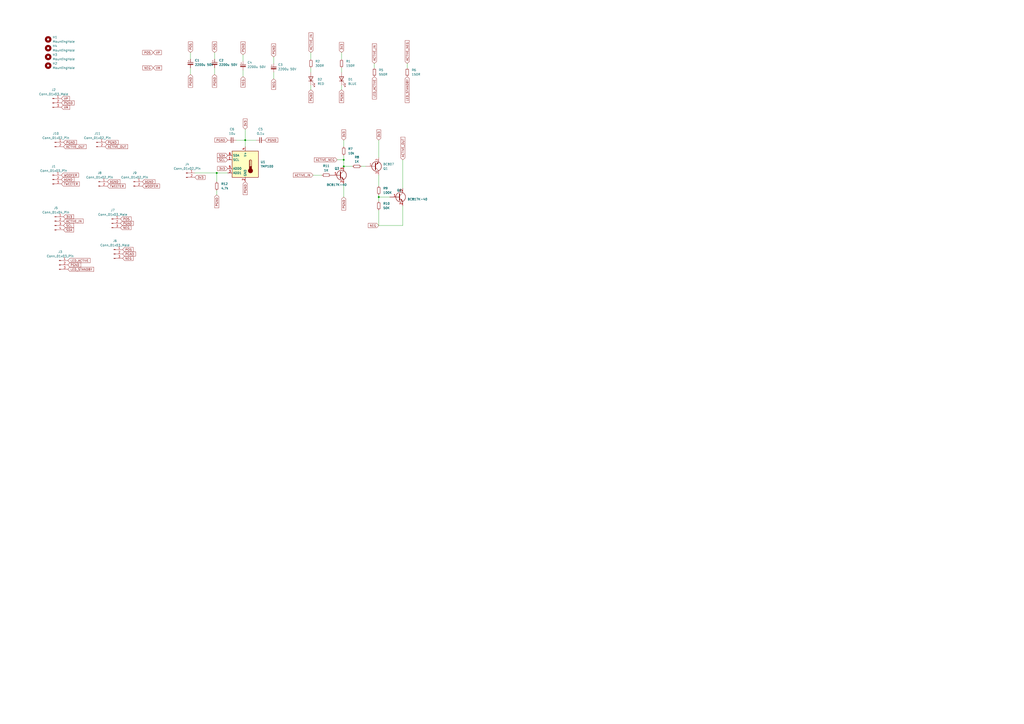
<source format=kicad_sch>
(kicad_sch (version 20231120) (generator "eeschema") (generator_version "8.0")
  (paper "A2")
  (lib_symbols
    (symbol "Connector:Conn_01x02_Pin" (pin_names (offset 1.016) hide)
      (property "Reference" "J" (at 0 2.54 0))
      (property "Value" "Conn_01x02_Pin" (at 0 -5.08 0))
      (symbol "Conn_01x02_Pin_1_1"
        (polyline (pts (xy 1.27 -2.54) (xy 0.8636 -2.54)) (stroke (width 0.1524)))
        (polyline (pts (xy 1.27 0) (xy 0.8636 0)) (stroke (width 0.1524)))
        (rectangle (start 0.8636 -2.413) (end 0 -2.667) (stroke (width 0.1524)) (fill (type outline)))
        (rectangle (start 0.8636 0.127) (end 0 -0.127) (stroke (width 0.1524)) (fill (type outline)))
        (pin passive line (at 5.08 0 180) (length 3.81) (name "Pin_1") (number "1"))
        (pin passive line (at 5.08 -2.54 180) (length 3.81) (name "Pin_2") (number "2"))
      )
    )
    (symbol "Connector:Conn_01x03_Male" (pin_names (offset 1.016) hide)
      (property "Reference" "J" (at 0 5.08 0))
      (property "Value" "Conn_01x03_Male" (at 0 -5.08 0))
      (symbol "Conn_01x03_Male_1_1"
        (polyline (pts (xy 1.27 -2.54) (xy 0.8636 -2.54)) (stroke (width 0.1524)))
        (polyline (pts (xy 1.27 0) (xy 0.8636 0)) (stroke (width 0.1524)))
        (polyline (pts (xy 1.27 2.54) (xy 0.8636 2.54)) (stroke (width 0.1524)))
        (rectangle (start 0.8636 -2.413) (end 0 -2.667) (stroke (width 0.1524)) (fill (type outline)))
        (rectangle (start 0.8636 0.127) (end 0 -0.127) (stroke (width 0.1524)) (fill (type outline)))
        (rectangle (start 0.8636 2.667) (end 0 2.413) (stroke (width 0.1524)) (fill (type outline)))
        (pin passive line (at 5.08 2.54 180) (length 3.81) (name "Pin_1") (number "1"))
        (pin passive line (at 5.08 0 180) (length 3.81) (name "Pin_2") (number "2"))
        (pin passive line (at 5.08 -2.54 180) (length 3.81) (name "Pin_3") (number "3"))
      )
    )
    (symbol "Connector:Conn_01x03_Pin" (pin_names (offset 1.016) hide)
      (property "Reference" "J" (at 0 5.08 0))
      (property "Value" "Conn_01x03_Pin" (at 0 -5.08 0))
      (symbol "Conn_01x03_Pin_1_1"
        (polyline (pts (xy 1.27 -2.54) (xy 0.8636 -2.54)) (stroke (width 0.1524)))
        (polyline (pts (xy 1.27 0) (xy 0.8636 0)) (stroke (width 0.1524)))
        (polyline (pts (xy 1.27 2.54) (xy 0.8636 2.54)) (stroke (width 0.1524)))
        (rectangle (start 0.8636 -2.413) (end 0 -2.667) (stroke (width 0.1524)) (fill (type outline)))
        (rectangle (start 0.8636 0.127) (end 0 -0.127) (stroke (width 0.1524)) (fill (type outline)))
        (rectangle (start 0.8636 2.667) (end 0 2.413) (stroke (width 0.1524)) (fill (type outline)))
        (pin passive line (at 5.08 2.54 180) (length 3.81) (name "Pin_1") (number "1"))
        (pin passive line (at 5.08 0 180) (length 3.81) (name "Pin_2") (number "2"))
        (pin passive line (at 5.08 -2.54 180) (length 3.81) (name "Pin_3") (number "3"))
      )
    )
    (symbol "Connector:Conn_01x04_Pin" (pin_names (offset 1.016) hide)
      (property "Reference" "J" (at 0 5.08 0))
      (property "Value" "Conn_01x04_Pin" (at 0 -7.62 0))
      (symbol "Conn_01x04_Pin_1_1"
        (polyline (pts (xy 1.27 -5.08) (xy 0.8636 -5.08)) (stroke (width 0.1524)))
        (polyline (pts (xy 1.27 -2.54) (xy 0.8636 -2.54)) (stroke (width 0.1524)))
        (polyline (pts (xy 1.27 0) (xy 0.8636 0)) (stroke (width 0.1524)))
        (polyline (pts (xy 1.27 2.54) (xy 0.8636 2.54)) (stroke (width 0.1524)))
        (rectangle (start 0.8636 -4.953) (end 0 -5.207) (stroke (width 0.1524)) (fill (type outline)))
        (rectangle (start 0.8636 -2.413) (end 0 -2.667) (stroke (width 0.1524)) (fill (type outline)))
        (rectangle (start 0.8636 0.127) (end 0 -0.127) (stroke (width 0.1524)) (fill (type outline)))
        (rectangle (start 0.8636 2.667) (end 0 2.413) (stroke (width 0.1524)) (fill (type outline)))
        (pin passive line (at 5.08 2.54 180) (length 3.81) (name "Pin_1") (number "1"))
        (pin passive line (at 5.08 0 180) (length 3.81) (name "Pin_2") (number "2"))
        (pin passive line (at 5.08 -2.54 180) (length 3.81) (name "Pin_3") (number "3"))
        (pin passive line (at 5.08 -5.08 180) (length 3.81) (name "Pin_4") (number "4"))
      )
    )
    (symbol "Device:C_Polarized_Small" (pin_numbers hide) (pin_names (offset 0.254) hide)
      (property "Reference" "C" (at 0.254 1.778 0))
      (property "Value" "C_Polarized_Small" (at 0.254 -2.032 0))
      (symbol "C_Polarized_Small_0_1"
        (rectangle (start -1.524 -0.3048) (end 1.524 -0.6858) (fill (type outline)))
        (rectangle (start -1.524 0.6858) (end 1.524 0.3048))
        (polyline (pts (xy -1.27 1.524) (xy -0.762 1.524)))
        (polyline (pts (xy -1.016 1.27) (xy -1.016 1.778)))
      )
      (symbol "C_Polarized_Small_1_1"
        (pin passive line (at 0 2.54 270) (length 1.8542) (name "~") (number "1"))
        (pin passive line (at 0 -2.54 90) (length 1.8542) (name "~") (number "2"))
      )
    )
    (symbol "Device:C_Small" (pin_numbers hide) (pin_names (offset 0.254) hide)
      (property "Reference" "C" (at 0.254 1.778 0))
      (property "Value" "C_Small" (at 0.254 -2.032 0))
      (symbol "C_Small_0_1"
        (polyline (pts (xy -1.524 -0.508) (xy 1.524 -0.508)) (stroke (width 0.3302)))
        (polyline (pts (xy -1.524 0.508) (xy 1.524 0.508)) (stroke (width 0.3048)))
      )
      (symbol "C_Small_1_1"
        (pin passive line (at 0 2.54 270) (length 2.032) (name "~") (number "1"))
        (pin passive line (at 0 -2.54 90) (length 2.032) (name "~") (number "2"))
      )
    )
    (symbol "Device:LED" (pin_numbers hide) (pin_names (offset 1.016) hide)
      (property "Reference" "D" (at 0 2.54 0))
      (property "Value" "LED" (at 0 -2.54 0))
      (symbol "LED_0_1"
        (polyline (pts (xy -1.27 -1.27) (xy -1.27 1.27)) (stroke (width 0.254)))
        (polyline (pts (xy -1.27 0) (xy 1.27 0)))
        (polyline (pts (xy 1.27 -1.27) (xy 1.27 1.27) (xy -1.27 0) (xy 1.27 -1.27)) (stroke (width 0.254)))
        (polyline (pts (xy -3.048 -0.762) (xy -4.572 -2.286) (xy -3.81 -2.286) (xy -4.572 -2.286) (xy -4.572 -1.524)))
        (polyline (pts (xy -1.778 -0.762) (xy -3.302 -2.286) (xy -2.54 -2.286) (xy -3.302 -2.286) (xy -3.302 -1.524)))
      )
      (symbol "LED_1_1"
        (pin passive line (at -3.81 0 0) (length 2.54) (name "K") (number "1"))
        (pin passive line (at 3.81 0 180) (length 2.54) (name "A") (number "2"))
      )
    )
    (symbol "Device:Q_PNP_BEC" (pin_names (offset 0) hide)
      (property "Reference" "Q" (at 5.08 1.27 0))
      (property "Value" "Q_PNP_BEC" (at 5.08 -1.27 0))
      (symbol "Q_PNP_BEC_0_1"
        (polyline (pts (xy 0.635 0.635) (xy 2.54 2.54)))
        (polyline (pts (xy 0.635 -0.635) (xy 2.54 -2.54) (xy 2.54 -2.54)))
        (polyline (pts (xy 0.635 1.905) (xy 0.635 -1.905) (xy 0.635 -1.905)) (stroke (width 0.508)))
        (polyline (pts (xy 2.286 -1.778) (xy 1.778 -2.286) (xy 1.27 -1.27) (xy 2.286 -1.778) (xy 2.286 -1.778)) (fill (type outline)))
        (circle (center 1.27 0) (radius 2.8194) (stroke (width 0.254)))
      )
      (symbol "Q_PNP_BEC_1_1"
        (pin input line (at -5.08 0 0) (length 5.715) (name "B") (number "1"))
        (pin passive line (at 2.54 -5.08 90) (length 2.54) (name "E") (number "2"))
        (pin passive line (at 2.54 5.08 270) (length 2.54) (name "C") (number "3"))
      )
    )
    (symbol "Device:R_Small" (pin_numbers hide) (pin_names (offset 0.254) hide)
      (property "Reference" "R" (at 0.762 0.508 0))
      (property "Value" "R_Small" (at 0.762 -1.016 0))
      (symbol "R_Small_0_1"
        (rectangle (start -0.762 1.778) (end 0.762 -1.778) (stroke (width 0.2032)))
      )
      (symbol "R_Small_1_1"
        (pin passive line (at 0 2.54 270) (length 0.762) (name "~") (number "1"))
        (pin passive line (at 0 -2.54 90) (length 0.762) (name "~") (number "2"))
      )
    )
    (symbol "Mechanical:MountingHole" (pin_names (offset 1.016))
      (property "Reference" "H" (at 0 5.08 0))
      (property "Value" "MountingHole" (at 0 3.175 0))
      (symbol "MountingHole_0_1"
        (circle (center 0 0) (radius 1.27) (stroke (width 1.27)))
      )
    )
    (symbol "Sensor_Temperature:TMP100"
      (property "Reference" "U" (at 10.16 6.35 0))
      (property "Value" "TMP100" (at 12.7 3.81 0))
      (symbol "TMP100_0_1"
        (rectangle (start -7.62 7.62) (end 7.62 -7.62) (stroke (width 0.254)) (fill (type background)))
      )
      (symbol "TMP100_1_1"
        (polyline (pts (xy 2.413 -0.635) (xy 3.048 -0.635)) (stroke (width 0.254)))
        (polyline (pts (xy 2.413 0) (xy 3.048 0)) (stroke (width 0.254)))
        (polyline (pts (xy 2.413 0.635) (xy 3.048 0.635)) (stroke (width 0.254)))
        (polyline (pts (xy 2.413 1.27) (xy 3.048 1.27)) (stroke (width 0.254)))
        (polyline (pts (xy 2.413 1.905) (xy 2.413 -1.27)) (stroke (width 0.254)))
        (polyline (pts (xy 2.413 1.905) (xy 3.048 1.905)) (stroke (width 0.254)))
        (polyline (pts (xy 3.683 1.905) (xy 3.683 -1.27)) (stroke (width 0.254)))
        (circle (center 3.048 -3.81) (radius 1.27) (stroke (width 0.254)) (fill (type outline)))
        (rectangle (start 3.683 -3.175) (end 2.413 -1.27) (stroke (width 0.254)) (fill (type outline)))
        (arc (start 3.683 1.905) (mid 3.048 2.5373) (end 2.413 1.905) (stroke (width 0.254)))
        (pin input line (at -10.16 2.54 0) (length 2.54) (name "SCL") (number "1"))
        (pin power_in line (at 0 -10.16 90) (length 2.54) (name "GND") (number "2"))
        (pin input line (at -10.16 -5.08 0) (length 2.54) (name "ADD1") (number "3"))
        (pin power_in line (at 0 10.16 270) (length 2.54) (name "V+") (number "4"))
        (pin input line (at -10.16 -2.54 0) (length 2.54) (name "ADD0") (number "5"))
        (pin bidirectional line (at -10.16 5.08 0) (length 2.54) (name "SDA") (number "6"))
      )
    )
    (symbol "Transistor_BJT:2N3055" (pin_names (offset 0) hide)
      (property "Reference" "Q" (at 5.08 1.905 0))
      (property "Value" "2N3055" (at 5.08 0 0))
      (symbol "2N3055_0_1"
        (polyline (pts (xy 0.635 0.635) (xy 2.54 2.54)))
        (polyline (pts (xy 0.635 -0.635) (xy 2.54 -2.54) (xy 2.54 -2.54)))
        (polyline (pts (xy 0.635 1.905) (xy 0.635 -1.905) (xy 0.635 -1.905)) (stroke (width 0.508)))
        (polyline (pts (xy 1.27 -1.778) (xy 1.778 -1.27) (xy 2.286 -2.286) (xy 1.27 -1.778) (xy 1.27 -1.778)) (fill (type outline)))
        (circle (center 1.27 0) (radius 2.8194) (stroke (width 0.254)))
      )
      (symbol "2N3055_1_1"
        (pin input line (at -5.08 0 0) (length 5.715) (name "B") (number "1"))
        (pin passive line (at 2.54 -5.08 90) (length 2.54) (name "E") (number "2"))
        (pin passive line (at 2.54 5.08 270) (length 2.54) (name "C") (number "3"))
      )
    )
  )
  (junction (at 199.39 96.52))
  (junction (at 125.73 100.33))
  (junction (at 199.39 92.71))
  (junction (at 219.71 114.3))
  (junction (at 142.24 81.28))
  (wire (pts (xy 113.03 100.33) (xy 125.73 100.33)))
  (wire (pts (xy 199.39 114.3) (xy 199.39 106.68)))
  (wire (pts (xy 180.34 34.29) (xy 180.34 30.48)))
  (wire (pts (xy 124.46 30.48) (xy 124.46 34.29)))
  (wire (pts (xy 195.58 92.71) (xy 199.39 92.71)))
  (wire (pts (xy 199.39 92.71) (xy 199.39 96.52)))
  (wire (pts (xy 219.71 130.81) (xy 233.68 130.81)))
  (wire (pts (xy 140.97 44.45) (xy 140.97 40.64)))
  (wire (pts (xy 110.49 43.18) (xy 110.49 39.37)))
  (wire (pts (xy 219.71 116.84) (xy 219.71 114.3)))
  (wire (pts (xy 140.97 31.75) (xy 140.97 35.56)))
  (wire (pts (xy 181.61 101.6) (xy 186.69 101.6)))
  (wire (pts (xy 158.75 45.72) (xy 158.75 41.91)))
  (wire (pts (xy 219.71 130.81) (xy 219.71 121.92)))
  (wire (pts (xy 142.24 81.28) (xy 148.59 81.28)))
  (wire (pts (xy 142.24 81.28) (xy 142.24 85.09)))
  (wire (pts (xy 158.75 33.02) (xy 158.75 36.83)))
  (wire (pts (xy 180.34 41.91) (xy 180.34 39.37)))
  (wire (pts (xy 217.17 39.37) (xy 217.17 36.83)))
  (wire (pts (xy 180.34 52.07) (xy 180.34 49.53)))
  (wire (pts (xy 198.12 34.29) (xy 198.12 30.48)))
  (wire (pts (xy 199.39 90.17) (xy 199.39 92.71)))
  (wire (pts (xy 125.73 113.03) (xy 125.73 110.49)))
  (wire (pts (xy 219.71 101.6) (xy 219.71 107.95)))
  (wire (pts (xy 137.16 81.28) (xy 142.24 81.28)))
  (wire (pts (xy 110.49 30.48) (xy 110.49 34.29)))
  (wire (pts (xy 125.73 100.33) (xy 132.08 100.33)))
  (wire (pts (xy 199.39 81.28) (xy 199.39 85.09)))
  (wire (pts (xy 125.73 100.33) (xy 125.73 105.41)))
  (wire (pts (xy 219.71 114.3) (xy 219.71 113.03)))
  (wire (pts (xy 219.71 81.28) (xy 219.71 91.44)))
  (wire (pts (xy 198.12 52.07) (xy 198.12 49.53)))
  (wire (pts (xy 198.12 41.91) (xy 198.12 39.37)))
  (wire (pts (xy 236.22 39.37) (xy 236.22 36.83)))
  (wire (pts (xy 233.68 92.71) (xy 233.68 109.22)))
  (wire (pts (xy 142.24 74.93) (xy 142.24 81.28)))
  (wire (pts (xy 233.68 119.38) (xy 233.68 130.81)))
  (wire (pts (xy 219.71 114.3) (xy 226.06 114.3)))
  (wire (pts (xy 199.39 96.52) (xy 204.47 96.52)))
  (wire (pts (xy 209.55 96.52) (xy 212.09 96.52)))
  (wire (pts (xy 124.46 43.18) (xy 124.46 39.37)))
  (global_label "3V3" (shape input) (at 132.08 97.79 180) (property "Intersheetrefs" "${INTERSHEET_REFS}" (effects (hide yes))))
  (global_label "LED_STANDBY" (shape input) (at 236.22 44.45 270) (property "Intersheetrefs" "${INTERSHEET_REFS}" (effects (hide yes))))
  (global_label "PGND" (shape input) (at 158.75 33.02 90) (property "Intersheetrefs" "${INTERSHEET_REFS}" (effects (hide yes))))
  (global_label "POS" (shape input) (at 69.85 127 0) (property "Intersheetrefs" "${INTERSHEET_REFS}" (effects (hide yes))))
  (global_label "3V3" (shape input) (at 219.71 81.28 90) (property "Intersheetrefs" "${INTERSHEET_REFS}" (effects (hide yes))))
  (global_label "PGND" (shape input) (at 124.46 43.18 270) (property "Intersheetrefs" "${INTERSHEET_REFS}" (effects (hide yes))))
  (global_label "PGND" (shape input) (at 142.24 105.41 270) (property "Intersheetrefs" "${INTERSHEET_REFS}" (effects (hide yes))))
  (global_label "TWEETER" (shape input) (at 35.56 106.68 0) (property "Intersheetrefs" "${INTERSHEET_REFS}" (effects (hide yes))))
  (global_label "WOOFER" (shape input) (at 35.56 101.6 0) (property "Intersheetrefs" "${INTERSHEET_REFS}" (effects (hide yes))))
  (global_label "POS" (shape input) (at 71.12 144.78 0) (property "Intersheetrefs" "${INTERSHEET_REFS}" (effects (hide yes))))
  (global_label "VM" (shape input) (at 88.9 39.37 0) (property "Intersheetrefs" "${INTERSHEET_REFS}" (effects (hide yes))))
  (global_label "PGND" (shape input) (at 199.39 114.3 270) (property "Intersheetrefs" "${INTERSHEET_REFS}" (effects (hide yes))))
  (global_label "ACTIVE_OUT" (shape input) (at 36.83 85.09 0) (property "Intersheetrefs" "${INTERSHEET_REFS}" (effects (hide yes))))
  (global_label "NEG" (shape input) (at 71.12 149.86 0) (property "Intersheetrefs" "${INTERSHEET_REFS}" (effects (hide yes))))
  (global_label "VP" (shape input) (at 88.9 30.48 0) (property "Intersheetrefs" "${INTERSHEET_REFS}" (effects (hide yes))))
  (global_label "PGND" (shape input) (at 132.08 81.28 180) (property "Intersheetrefs" "${INTERSHEET_REFS}" (effects (hide yes))))
  (global_label "3V3" (shape input) (at 198.12 30.48 90) (property "Intersheetrefs" "${INTERSHEET_REFS}" (effects (hide yes))))
  (global_label "PGND" (shape input) (at 140.97 31.75 90) (property "Intersheetrefs" "${INTERSHEET_REFS}" (effects (hide yes))))
  (global_label "ACTIVE_IN" (shape input) (at 36.83 128.27 0) (property "Intersheetrefs" "${INTERSHEET_REFS}" (effects (hide yes))))
  (global_label "PGND" (shape input) (at 198.12 52.07 270) (property "Intersheetrefs" "${INTERSHEET_REFS}" (effects (hide yes))))
  (global_label "ACTIVE_IN" (shape input) (at 180.34 30.48 90) (property "Intersheetrefs" "${INTERSHEET_REFS}" (effects (hide yes))))
  (global_label "ACTIVE_IN" (shape input) (at 217.17 36.83 90) (property "Intersheetrefs" "${INTERSHEET_REFS}" (effects (hide yes))))
  (global_label "AGND" (shape input) (at 82.55 105.41 0) (property "Intersheetrefs" "${INTERSHEET_REFS}" (effects (hide yes))))
  (global_label "ACTIVE_OUT" (shape input) (at 233.68 92.71 90) (property "Intersheetrefs" "${INTERSHEET_REFS}" (effects (hide yes))))
  (global_label "SDA" (shape input) (at 36.83 133.35 0) (property "Intersheetrefs" "${INTERSHEET_REFS}" (effects (hide yes))))
  (global_label "WOOFER" (shape input) (at 82.55 107.95 0) (property "Intersheetrefs" "${INTERSHEET_REFS}" (effects (hide yes))))
  (global_label "3V3" (shape input) (at 113.03 102.87 0) (property "Intersheetrefs" "${INTERSHEET_REFS}" (effects (hide yes))))
  (global_label "3V3" (shape input) (at 36.83 125.73 0) (property "Intersheetrefs" "${INTERSHEET_REFS}" (effects (hide yes))))
  (global_label "ACTIVE_OUT" (shape input) (at 60.96 85.09 0) (property "Intersheetrefs" "${INTERSHEET_REFS}" (effects (hide yes))))
  (global_label "SDA" (shape input) (at 132.08 90.17 180) (property "Intersheetrefs" "${INTERSHEET_REFS}" (effects (hide yes))))
  (global_label "LED_STANDBY" (shape input) (at 39.37 156.21 0) (property "Intersheetrefs" "${INTERSHEET_REFS}" (effects (hide yes))))
  (global_label "NEG" (shape input) (at 140.97 44.45 270) (property "Intersheetrefs" "${INTERSHEET_REFS}" (effects (hide yes))))
  (global_label "ACTIVE_NEG" (shape input) (at 236.22 36.83 90) (property "Intersheetrefs" "${INTERSHEET_REFS}" (effects (hide yes))))
  (global_label "VM" (shape input) (at 35.56 62.23 0) (property "Intersheetrefs" "${INTERSHEET_REFS}" (effects (hide yes))))
  (global_label "SCL" (shape input) (at 132.08 92.71 180) (property "Intersheetrefs" "${INTERSHEET_REFS}" (effects (hide yes))))
  (global_label "LED_ACTIVE" (shape input) (at 217.17 44.45 270) (property "Intersheetrefs" "${INTERSHEET_REFS}" (effects (hide yes))))
  (global_label "3V3" (shape input) (at 199.39 81.28 90) (property "Intersheetrefs" "${INTERSHEET_REFS}" (effects (hide yes))))
  (global_label "PGND" (shape input) (at 39.37 153.67 0) (property "Intersheetrefs" "${INTERSHEET_REFS}" (effects (hide yes))))
  (global_label "PGND" (shape input) (at 180.34 52.07 270) (property "Intersheetrefs" "${INTERSHEET_REFS}" (effects (hide yes))))
  (global_label "PGND" (shape input) (at 110.49 43.18 270) (property "Intersheetrefs" "${INTERSHEET_REFS}" (effects (hide yes))))
  (global_label "PGND" (shape input) (at 69.85 129.54 0) (property "Intersheetrefs" "${INTERSHEET_REFS}" (effects (hide yes))))
  (global_label "POS" (shape input) (at 110.49 30.48 90) (property "Intersheetrefs" "${INTERSHEET_REFS}" (effects (hide yes))))
  (global_label "POS" (shape input) (at 88.9 30.48 180) (property "Intersheetrefs" "${INTERSHEET_REFS}" (effects (hide yes))))
  (global_label "VP" (shape input) (at 35.56 57.15 0) (property "Intersheetrefs" "${INTERSHEET_REFS}" (effects (hide yes))))
  (global_label "PGND" (shape input) (at 153.67 81.28 0) (property "Intersheetrefs" "${INTERSHEET_REFS}" (effects (hide yes))))
  (global_label "SCL" (shape input) (at 36.83 130.81 0) (property "Intersheetrefs" "${INTERSHEET_REFS}" (effects (hide yes))))
  (global_label "PGND" (shape input) (at 71.12 147.32 0) (property "Intersheetrefs" "${INTERSHEET_REFS}" (effects (hide yes))))
  (global_label "NEG" (shape input) (at 158.75 45.72 270) (property "Intersheetrefs" "${INTERSHEET_REFS}" (effects (hide yes))))
  (global_label "ACTIVE_IN" (shape input) (at 181.61 101.6 180) (property "Intersheetrefs" "${INTERSHEET_REFS}" (effects (hide yes))))
  (global_label "PGND" (shape input) (at 125.73 113.03 270) (property "Intersheetrefs" "${INTERSHEET_REFS}" (effects (hide yes))))
  (global_label "TWEETER" (shape input) (at 62.23 107.95 0) (property "Intersheetrefs" "${INTERSHEET_REFS}" (effects (hide yes))))
  (global_label "PGND" (shape input) (at 36.83 82.55 0) (property "Intersheetrefs" "${INTERSHEET_REFS}" (effects (hide yes))))
  (global_label "AGND" (shape input) (at 62.23 105.41 0) (property "Intersheetrefs" "${INTERSHEET_REFS}" (effects (hide yes))))
  (global_label "ACTIVE_NEG" (shape input) (at 195.58 92.71 180) (property "Intersheetrefs" "${INTERSHEET_REFS}" (effects (hide yes))))
  (global_label "PGND" (shape input) (at 60.96 82.55 0) (property "Intersheetrefs" "${INTERSHEET_REFS}" (effects (hide yes))))
  (global_label "POS" (shape input) (at 124.46 30.48 90) (property "Intersheetrefs" "${INTERSHEET_REFS}" (effects (hide yes))))
  (global_label "PGND" (shape input) (at 35.56 59.69 0) (property "Intersheetrefs" "${INTERSHEET_REFS}" (effects (hide yes))))
  (global_label "3V3" (shape input) (at 142.24 74.93 90) (property "Intersheetrefs" "${INTERSHEET_REFS}" (effects (hide yes))))
  (global_label "AGND" (shape input) (at 35.56 104.14 0) (property "Intersheetrefs" "${INTERSHEET_REFS}" (effects (hide yes))))
  (global_label "NEG" (shape input) (at 219.71 130.81 180) (property "Intersheetrefs" "${INTERSHEET_REFS}" (effects (hide yes))))
  (global_label "NEG" (shape input) (at 88.9 39.37 180) (property "Intersheetrefs" "${INTERSHEET_REFS}" (effects (hide yes))))
  (global_label "NEG" (shape input) (at 69.85 132.08 0) (property "Intersheetrefs" "${INTERSHEET_REFS}" (effects (hide yes))))
  (global_label "LED_ACTIVE" (shape input) (at 39.37 151.13 0) (property "Intersheetrefs" "${INTERSHEET_REFS}" (effects (hide yes))))
  (symbol (lib_id "Device:C_Polarized_Small") (at 110.49 36.83 0) (unit 1)
    (property "Reference" "C1" (at 113.03 35.0138 0) (effects (justify left)))
    (property "Value" "2200u 50V" (at 113.03 37.5538 0) (effects (justify left)))
    (property "Footprint" "Capacitor_THT:CP_Radial_D16.0mm_P7.50mm" (effects (hide yes)))
    (property "Description" "Polarized capacitor, small symbol" (effects (hide yes)))
    (property "Mouser" " 80-ESH228M050AM3AA " (effects (hide yes)))
  )
  (symbol (lib_id "Connector:Conn_01x02_Pin") (at 77.47 105.41 0) (unit 1)
    (property "Reference" "J9" (at 78.105 100.33 0))
    (property "Value" "Conn_01x02_Pin" (at 78.105 102.87 0))
    (property "Footprint" "Connector_JST:JST_PH_B2B-PH-K_1x02_P2.00mm_Vertical" (effects (hide yes)))
    (property "Description" "Generic connector, single row, 01x02, script generated" (effects (hide yes)))
  )
  (symbol (lib_id "Device:R_Small") (at 219.71 110.49 180) (unit 1)
    (property "Reference" "R9" (at 222.25 109.2199 0) (effects (justify right)))
    (property "Value" "100K" (at 222.25 111.7599 0) (effects (justify right)))
    (property "Footprint" "Resistor_SMD:R_0603_1608Metric_Pad0.98x0.95mm_HandSolder" (effects (hide yes)))
  )
  (symbol (lib_id "Connector:Conn_01x03_Male") (at 30.48 59.69 0) (unit 1)
    (property "Reference" "J2" (at 31.115 52.07 0))
    (property "Value" "Conn_01x03_Male" (at 31.115 54.61 0))
    (property "Footprint" "Connector_JST:JST_VH_B3P-VH-B_1x03_P3.96mm_Vertical" (effects (hide yes)))
  )
  (symbol (lib_id "Mechanical:MountingHole") (at 27.94 27.94 0) (unit 1)
    (property "Reference" "H4" (at 30.48 26.6699 0) (effects (justify left)))
    (property "Value" "MountingHole" (at 30.48 29.2099 0) (effects (justify left)))
    (property "Footprint" "MountingHole:MountingHole_3.2mm_M3_DIN965_Pad_TopOnly" (effects (hide yes)))
  )
  (symbol (lib_id "Connector:Conn_01x02_Pin") (at 55.88 82.55 0) (unit 1)
    (property "Reference" "J11" (at 56.515 77.47 0))
    (property "Value" "Conn_01x02_Pin" (at 56.515 80.01 0))
    (property "Footprint" "Connector_JST:JST_PH_B2B-PH-K_1x02_P2.00mm_Vertical" (effects (hide yes)))
    (property "Description" "Generic connector, single row, 01x02, script generated" (effects (hide yes)))
  )
  (symbol (lib_id "Device:LED") (at 198.12 45.72 90) (unit 1)
    (property "Reference" "D1" (at 201.93 46.0374 90) (effects (justify right)))
    (property "Value" "BLUE" (at 201.93 48.5774 90) (effects (justify right)))
    (property "Footprint" "LED_SMD:LED_0603_1608Metric_Pad1.05x0.95mm_HandSolder" (effects (hide yes)))
    (property "Description" "Light emitting diode" (effects (hide yes)))
  )
  (symbol (lib_id "Connector:Conn_01x02_Pin") (at 57.15 105.41 0) (unit 1)
    (property "Reference" "J8" (at 57.785 100.33 0))
    (property "Value" "Conn_01x02_Pin" (at 57.785 102.87 0))
    (property "Footprint" "Connector_JST:JST_PH_B2B-PH-K_1x02_P2.00mm_Vertical" (effects (hide yes)))
    (property "Description" "Generic connector, single row, 01x02, script generated" (effects (hide yes)))
  )
  (symbol (lib_id "Connector:Conn_01x03_Pin") (at 34.29 153.67 0) (unit 1)
    (property "Reference" "J3" (at 34.925 146.05 0))
    (property "Value" "Conn_01x03_Pin" (at 34.925 148.59 0))
    (property "Footprint" "Connector_JST:JST_PH_B3B-PH-K_1x03_P2.00mm_Vertical" (effects (hide yes)))
    (property "Description" "Generic connector, single row, 01x03, script generated" (effects (hide yes)))
  )
  (symbol (lib_id "Device:LED") (at 180.34 45.72 90) (unit 1)
    (property "Reference" "D2" (at 184.15 46.0374 90) (effects (justify right)))
    (property "Value" "RED" (at 184.15 48.5774 90) (effects (justify right)))
    (property "Footprint" "LED_SMD:LED_0603_1608Metric_Pad1.05x0.95mm_HandSolder" (effects (hide yes)))
    (property "Description" "Light emitting diode" (effects (hide yes)))
  )
  (symbol (lib_id "Device:R_Small") (at 125.73 107.95 0) (unit 1)
    (property "Reference" "R12" (at 128.27 106.6799 0) (effects (justify left)))
    (property "Value" "4.7k" (at 128.27 109.2199 0) (effects (justify left)))
    (property "Footprint" "Resistor_SMD:R_0603_1608Metric_Pad0.98x0.95mm_HandSolder" (effects (hide yes)))
  )
  (symbol (lib_id "Device:R_Small") (at 207.01 96.52 90) (unit 1)
    (property "Reference" "R8" (at 207.01 91.186 90))
    (property "Value" "1K" (at 207.01 93.726 90))
    (property "Footprint" "Resistor_SMD:R_0603_1608Metric_Pad0.98x0.95mm_HandSolder" (effects (hide yes)))
  )
  (symbol (lib_id "Transistor_BJT:2N3055") (at 196.85 101.6 0) (unit 1)
    (property "Reference" "Q3" (at 194.056 97.79 0) (effects (justify left)))
    (property "Value" "BC817K-40" (at 189.484 107.188 0) (effects (justify left)))
    (property "Footprint" "Package_TO_SOT_SMD:TSOT-23" (effects (hide yes)))
    (property "Datasheet" "http://www.onsemi.com/pub_link/Collateral/2N3055-D.PDF" (effects (hide yes)))
    (property "Mouser" "637-BC817K-40" (effects (hide yes)))
  )
  (symbol (lib_id "Device:R_Small") (at 180.34 36.83 180) (unit 1)
    (property "Reference" "R2" (at 182.88 35.5599 0) (effects (justify right)))
    (property "Value" "300R" (at 182.88 38.0999 0) (effects (justify right)))
    (property "Footprint" "Resistor_SMD:R_0603_1608Metric_Pad0.98x0.95mm_HandSolder" (effects (hide yes)))
  )
  (symbol (lib_id "Device:Q_PNP_BEC") (at 217.17 96.52 0) (mirror x) (unit 1)
    (property "Reference" "Q1" (at 222.25 97.7901 0) (effects (justify left)))
    (property "Value" "BC807" (at 222.25 95.2501 0) (effects (justify left)))
    (property "Footprint" "Package_TO_SOT_SMD:TSOT-23" (effects (hide yes)))
    (property "Description" "PNP transistor, base/emitter/collector" (effects (hide yes)))
    (property "Mouser" "637-BC807-16" (effects (hide yes)))
  )
  (symbol (lib_id "Device:R_Small") (at 217.17 41.91 180) (unit 1)
    (property "Reference" "R5" (at 219.71 40.6399 0) (effects (justify right)))
    (property "Value" "550R" (at 219.71 43.1799 0) (effects (justify right)))
    (property "Footprint" "Resistor_SMD:R_0603_1608Metric_Pad0.98x0.95mm_HandSolder" (effects (hide yes)))
  )
  (symbol (lib_id "Device:C_Small") (at 134.62 81.28 270) (unit 1)
    (property "Reference" "C6" (at 134.6136 74.93 90))
    (property "Value" "10u" (at 134.6136 77.47 90))
    (property "Footprint" "Capacitor_SMD:C_1206_3216Metric_Pad1.33x1.80mm_HandSolder" (effects (hide yes)))
    (property "Description" "Unpolarized capacitor, small symbol" (effects (hide yes)))
  )
  (symbol (lib_id "Connector:Conn_01x03_Male") (at 66.04 147.32 0) (unit 1)
    (property "Reference" "J6" (at 66.675 139.7 0))
    (property "Value" "Conn_01x03_Male" (at 66.675 142.24 0))
    (property "Footprint" "Connector_JST:JST_VH_B3P-VH-B_1x03_P3.96mm_Vertical" (effects (hide yes)))
  )
  (symbol (lib_id "Device:R_Small") (at 198.12 36.83 180) (unit 1)
    (property "Reference" "R1" (at 200.66 35.5599 0) (effects (justify right)))
    (property "Value" "150R" (at 200.66 38.0999 0) (effects (justify right)))
    (property "Footprint" "Resistor_SMD:R_0603_1608Metric_Pad0.98x0.95mm_HandSolder" (effects (hide yes)))
  )
  (symbol (lib_id "Mechanical:MountingHole") (at 27.94 33.02 0) (unit 1)
    (property "Reference" "H3" (at 30.48 31.7499 0) (effects (justify left)))
    (property "Value" "MountingHole" (at 30.48 34.2899 0) (effects (justify left)))
    (property "Footprint" "MountingHole:MountingHole_3.2mm_M3_DIN965_Pad_TopOnly" (effects (hide yes)))
  )
  (symbol (lib_id "Device:R_Small") (at 189.23 101.6 90) (unit 1)
    (property "Reference" "R11" (at 189.23 96.266 90))
    (property "Value" "1K" (at 189.23 98.806 90))
    (property "Footprint" "Resistor_SMD:R_0603_1608Metric_Pad0.98x0.95mm_HandSolder" (effects (hide yes)))
  )
  (symbol (lib_id "Device:R_Small") (at 236.22 41.91 180) (unit 1)
    (property "Reference" "R6" (at 238.76 40.6399 0) (effects (justify right)))
    (property "Value" "150R" (at 238.76 43.1799 0) (effects (justify right)))
    (property "Footprint" "Resistor_SMD:R_0603_1608Metric_Pad0.98x0.95mm_HandSolder" (effects (hide yes)))
  )
  (symbol (lib_id "Mechanical:MountingHole") (at 27.94 22.86 0) (unit 1)
    (property "Reference" "H1" (at 30.48 21.5899 0) (effects (justify left)))
    (property "Value" "MountingHole" (at 30.48 24.1299 0) (effects (justify left)))
    (property "Footprint" "MountingHole:MountingHole_3.2mm_M3_DIN965_Pad_TopOnly" (effects (hide yes)))
  )
  (symbol (lib_id "Device:R_Small") (at 199.39 87.63 180) (unit 1)
    (property "Reference" "R7" (at 201.93 86.3599 0) (effects (justify right)))
    (property "Value" "10k" (at 201.93 88.8999 0) (effects (justify right)))
    (property "Footprint" "Resistor_SMD:R_0603_1608Metric_Pad0.98x0.95mm_HandSolder" (effects (hide yes)))
  )
  (symbol (lib_id "Connector:Conn_01x03_Male") (at 64.77 129.54 0) (unit 1)
    (property "Reference" "J7" (at 65.405 121.92 0))
    (property "Value" "Conn_01x03_Male" (at 65.405 124.46 0))
    (property "Footprint" "Connector_JST:JST_VH_B3P-VH-B_1x03_P3.96mm_Vertical" (effects (hide yes)))
  )
  (symbol (lib_id "Device:C_Polarized_Small") (at 158.75 39.37 0) (unit 1)
    (property "Reference" "C3" (at 161.29 37.5538 0) (effects (justify left)))
    (property "Value" "2200u 50V" (at 161.29 40.0938 0) (effects (justify left)))
    (property "Footprint" "Capacitor_THT:CP_Radial_D16.0mm_P7.50mm" (effects (hide yes)))
    (property "Description" "Polarized capacitor, small symbol" (effects (hide yes)))
    (property "Mouser" " 80-ESH228M050AM3AA " (effects (hide yes)))
  )
  (symbol (lib_id "Connector:Conn_01x04_Pin") (at 31.75 128.27 0) (unit 1)
    (property "Reference" "J5" (at 32.385 120.65 0))
    (property "Value" "Conn_01x04_Pin" (at 32.385 123.19 0))
    (property "Footprint" "Connector_JST:JST_PH_B4B-PH-K_1x04_P2.00mm_Vertical" (effects (hide yes)))
    (property "Description" "Generic connector, single row, 01x04, script generated" (effects (hide yes)))
  )
  (symbol (lib_id "Device:R_Small") (at 219.71 119.38 180) (unit 1)
    (property "Reference" "R10" (at 222.25 118.1099 0) (effects (justify right)))
    (property "Value" "50K" (at 222.25 120.6499 0) (effects (justify right)))
    (property "Footprint" "Resistor_SMD:R_0603_1608Metric_Pad0.98x0.95mm_HandSolder" (effects (hide yes)))
  )
  (symbol (lib_id "Connector:Conn_01x02_Pin") (at 31.75 82.55 0) (unit 1)
    (property "Reference" "J10" (at 32.385 77.47 0))
    (property "Value" "Conn_01x02_Pin" (at 32.385 80.01 0))
    (property "Footprint" "Connector_JST:JST_PH_B2B-PH-K_1x02_P2.00mm_Vertical" (effects (hide yes)))
    (property "Description" "Generic connector, single row, 01x02, script generated" (effects (hide yes)))
  )
  (symbol (lib_id "Connector:Conn_01x03_Pin") (at 30.48 104.14 0) (unit 1)
    (property "Reference" "J1" (at 31.115 96.52 0))
    (property "Value" "Conn_01x03_Pin" (at 31.115 99.06 0))
    (property "Footprint" "Connector_JST:JST_PH_B3B-PH-K_1x03_P2.00mm_Vertical" (effects (hide yes)))
    (property "Description" "Generic connector, single row, 01x03, script generated" (effects (hide yes)))
  )
  (symbol (lib_id "Mechanical:MountingHole") (at 27.94 38.1 0) (unit 1)
    (property "Reference" "H2" (at 30.48 36.8299 0) (effects (justify left)))
    (property "Value" "MountingHole" (at 30.48 39.3699 0) (effects (justify left)))
    (property "Footprint" "MountingHole:MountingHole_3.2mm_M3_DIN965_Pad_TopOnly" (effects (hide yes)))
  )
  (symbol (lib_id "Sensor_Temperature:TMP100") (at 142.24 95.25 0) (unit 1)
    (property "Reference" "U1" (at 151.13 93.9799 0) (effects (justify left)))
    (property "Value" "TMP100" (at 151.13 96.5199 0) (effects (justify left)))
    (property "Footprint" "Package_TO_SOT_SMD:SOT-23-6" (effects (hide yes)))
    (property "Datasheet" "http://www.ti.com/lit/gpn/tmp100" (effects (hide yes)))
    (property "Description" "Temperature Sensor with I2C/SMBus Interface, SOT-23-6" (effects (hide yes)))
  )
  (symbol (lib_id "Connector:Conn_01x02_Pin") (at 107.95 100.33 0) (unit 1)
    (property "Reference" "J4" (at 108.585 95.25 0))
    (property "Value" "Conn_01x02_Pin" (at 108.585 97.79 0))
    (property "Footprint" "Connector_PinHeader_2.54mm:PinHeader_1x02_P2.54mm_Vertical" (effects (hide yes)))
    (property "Description" "Generic connector, single row, 01x02, script generated" (effects (hide yes)))
  )
  (symbol (lib_id "Transistor_BJT:2N3055") (at 231.14 114.3 0) (unit 1)
    (property "Reference" "Q2" (at 230.251 110.363 0) (effects (justify left)))
    (property "Value" "BC817K-40" (at 236.347 115.5699 0) (effects (justify left)))
    (property "Footprint" "Package_TO_SOT_SMD:TSOT-23" (effects (hide yes)))
    (property "Datasheet" "http://www.onsemi.com/pub_link/Collateral/2N3055-D.PDF" (effects (hide yes)))
    (property "Mouser" "637-BC817K-40" (effects (hide yes)))
  )
  (symbol (lib_id "Device:C_Polarized_Small") (at 140.97 38.1 0) (unit 1)
    (property "Reference" "C4" (at 143.51 36.2838 0) (effects (justify left)))
    (property "Value" "2200u 50V" (at 143.51 38.8238 0) (effects (justify left)))
    (property "Footprint" "Capacitor_THT:CP_Radial_D16.0mm_P7.50mm" (effects (hide yes)))
    (property "Description" "Polarized capacitor, small symbol" (effects (hide yes)))
    (property "Mouser" " 80-ESH228M050AM3AA " (effects (hide yes)))
  )
  (symbol (lib_id "Device:C_Small") (at 151.13 81.28 90) (unit 1)
    (property "Reference" "C5" (at 151.1363 74.93 90))
    (property "Value" "0.1u" (at 151.1363 77.47 90))
    (property "Footprint" "Capacitor_SMD:C_0805_2012Metric_Pad1.18x1.45mm_HandSolder" (effects (hide yes)))
    (property "Description" "Unpolarized capacitor, small symbol" (effects (hide yes)))
  )
  (symbol (lib_id "Device:C_Polarized_Small") (at 124.46 36.83 0) (unit 1)
    (property "Reference" "C2" (at 127 35.0138 0) (effects (justify left)))
    (property "Value" "2200u 50V" (at 127 37.5538 0) (effects (justify left)))
    (property "Footprint" "Capacitor_THT:CP_Radial_D16.0mm_P7.50mm" (effects (hide yes)))
    (property "Description" "Polarized capacitor, small symbol" (effects (hide yes)))
    (property "Mouser" " 80-ESH228M050AM3AA " (effects (hide yes)))
  )
)
</source>
